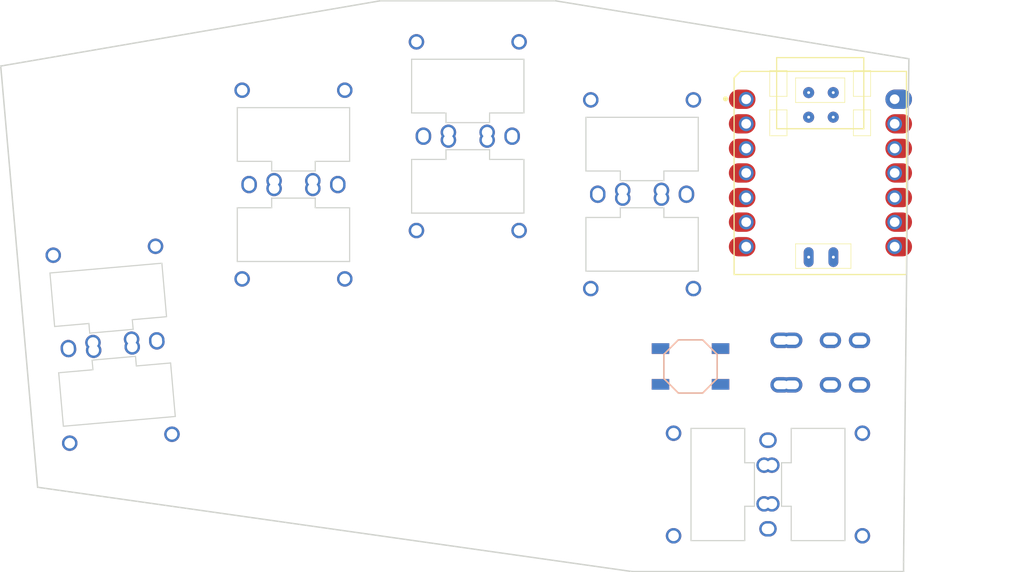
<source format=kicad_pcb>
(kicad_pcb (version 20171130) (host pcbnew 5.1.6)
  (title_block (title KEYBOARD_NAME_HERE) (rev VERSION_HERE) (company YOUR_NAME_HERE))
  (layers (0 F.Cu signal) (31 B.Cu signal) (34 B.Paste user) (35 F.Paste user) (36 B.SilkS user) (37 F.SilkS user) (38 B.Mask user) (39 F.Mask user) (44 Edge.Cuts user))
  (net 0 "")
  (net 1 "P1")
  (net 2 "GND")
  (net 3 "P2")
  (net 4 "P3")
  (net 5 "P4")
  (net 6 "P5")
  (net 7 "P6")
  (net 8 "P7")
  (net 9 "P8")
  (net 10 "P10")
  (net 11 "P9")
  (net 12 "VIN")
  (net 13 "SWDIO")
  (net 14 "SWDCLK")
  (net 15 "RST")
  (net 16 "P0")
  (net 17 "RAW3V3")
  (net 18 "RAW5V")
  (net 19 "VCC")
  (module lib:Kailh_PG1232 (layer F.Cu) (at 17.9315046 -1.5688034 185)
    (fp_text reference "S1" hide)
    (fp_text value Kailh_PG1232)
    (fp_line (start 2.25 2.6) (end 5.8 2.6) (layer Edge.Cuts) (width 0.12))
    (fp_line (start -2.25 2.6) (end -5.8 2.6) (layer Edge.Cuts) (width 0.12))
    (fp_line (start 2.25 3.6) (end 2.25 2.6) (layer Edge.Cuts) (width 0.12))
    (fp_line (start -2.25 3.6) (end 2.25 3.6) (layer Edge.Cuts) (width 0.12))
    (fp_line (start -2.25 2.6) (end -2.25 3.6) (layer Edge.Cuts) (width 0.12))
    (fp_line (start -5.8 2.6) (end -5.8 -2.95) (layer Edge.Cuts) (width 0.12))
    (fp_line (start 5.8 -2.95) (end 5.8 2.6) (layer Edge.Cuts) (width 0.12))
    (fp_line (start -5.8 -2.95) (end 5.8 -2.95) (layer Edge.Cuts) (width 0.12))
    (pad 3 thru_hole circle (at 5.3 -4.75) (size 1.6 1.6) (drill 1.1) (layers *.Cu *.Mask) (clearance 0.2))
    (pad 4 thru_hole circle (at -5.3 -4.75) (size 1.6 1.6) (drill 1.1) (layers *.Cu *.Mask) (clearance 0.2))
    (pad 1 thru_hole circle (at -4.58 5.1) (size 1.6 1.6) (drill 1.1) (layers *.Cu *.Mask) (net 1 "P1") (clearance 0.2))
    (pad 2 thru_hole circle (at 2 5.4) (size 1.6 1.6) (drill 1.1) (layers *.Cu *.Mask) (net 2 "GND") (clearance 0.2))
    (pad 1 thru_hole circle (at 4.58 5.1) (size 1.6 1.6) (drill 1.1) (layers *.Cu *.Mask) (net 1 "P1") (clearance 0.2))
    (pad 2 thru_hole circle (at -2 5.4) (size 1.6 1.6) (drill 1.1) (layers *.Cu *.Mask) (net 2 "GND") (clearance 0.2))
  )
  (module lib:Kailh_PG1232 (layer F.Cu) (at 17.0599471 -11.5307504 5)
    (fp_text reference "S2" hide)
    (fp_text value Kailh_PG1232)
    (fp_line (start 2.25 2.6) (end 5.8 2.6) (layer Edge.Cuts) (width 0.12))
    (fp_line (start -2.25 2.6) (end -5.8 2.6) (layer Edge.Cuts) (width 0.12))
    (fp_line (start 2.25 3.6) (end 2.25 2.6) (layer Edge.Cuts) (width 0.12))
    (fp_line (start -2.25 3.6) (end 2.25 3.6) (layer Edge.Cuts) (width 0.12))
    (fp_line (start -2.25 2.6) (end -2.25 3.6) (layer Edge.Cuts) (width 0.12))
    (fp_line (start -5.8 2.6) (end -5.8 -2.95) (layer Edge.Cuts) (width 0.12))
    (fp_line (start 5.8 -2.95) (end 5.8 2.6) (layer Edge.Cuts) (width 0.12))
    (fp_line (start -5.8 -2.95) (end 5.8 -2.95) (layer Edge.Cuts) (width 0.12))
    (pad 3 thru_hole circle (at 5.3 -4.75) (size 1.6 1.6) (drill 1.1) (layers *.Cu *.Mask) (clearance 0.2))
    (pad 4 thru_hole circle (at -5.3 -4.75) (size 1.6 1.6) (drill 1.1) (layers *.Cu *.Mask) (clearance 0.2))
    (pad 1 thru_hole circle (at -4.58 5.1) (size 1.6 1.6) (drill 1.1) (layers *.Cu *.Mask) (net 3 "P2") (clearance 0.2))
    (pad 2 thru_hole circle (at 2 5.4) (size 1.6 1.6) (drill 1.1) (layers *.Cu *.Mask) (net 2 "GND") (clearance 0.2))
    (pad 1 thru_hole circle (at 4.58 5.1) (size 1.6 1.6) (drill 1.1) (layers *.Cu *.Mask) (net 3 "P2") (clearance 0.2))
    (pad 2 thru_hole circle (at -2 5.4) (size 1.6 1.6) (drill 1.1) (layers *.Cu *.Mask) (net 2 "GND") (clearance 0.2))
  )
  (module lib:Kailh_PG1232 (layer F.Cu) (at 36.1701399 -18.1031537 180)
    (fp_text reference "S3" hide)
    (fp_text value Kailh_PG1232)
    (fp_line (start 2.25 2.6) (end 5.8 2.6) (layer Edge.Cuts) (width 0.12))
    (fp_line (start -2.25 2.6) (end -5.8 2.6) (layer Edge.Cuts) (width 0.12))
    (fp_line (start 2.25 3.6) (end 2.25 2.6) (layer Edge.Cuts) (width 0.12))
    (fp_line (start -2.25 3.6) (end 2.25 3.6) (layer Edge.Cuts) (width 0.12))
    (fp_line (start -2.25 2.6) (end -2.25 3.6) (layer Edge.Cuts) (width 0.12))
    (fp_line (start -5.8 2.6) (end -5.8 -2.95) (layer Edge.Cuts) (width 0.12))
    (fp_line (start 5.8 -2.95) (end 5.8 2.6) (layer Edge.Cuts) (width 0.12))
    (fp_line (start -5.8 -2.95) (end 5.8 -2.95) (layer Edge.Cuts) (width 0.12))
    (pad 3 thru_hole circle (at 5.3 -4.75) (size 1.6 1.6) (drill 1.1) (layers *.Cu *.Mask) (clearance 0.2))
    (pad 4 thru_hole circle (at -5.3 -4.75) (size 1.6 1.6) (drill 1.1) (layers *.Cu *.Mask) (clearance 0.2))
    (pad 1 thru_hole circle (at -4.58 5.1) (size 1.6 1.6) (drill 1.1) (layers *.Cu *.Mask) (net 4 "P3") (clearance 0.2))
    (pad 2 thru_hole circle (at 2 5.4) (size 1.6 1.6) (drill 1.1) (layers *.Cu *.Mask) (net 2 "GND") (clearance 0.2))
    (pad 1 thru_hole circle (at 4.58 5.1) (size 1.6 1.6) (drill 1.1) (layers *.Cu *.Mask) (net 4 "P3") (clearance 0.2))
    (pad 2 thru_hole circle (at -2 5.4) (size 1.6 1.6) (drill 1.1) (layers *.Cu *.Mask) (net 2 "GND") (clearance 0.2))
  )
  (module lib:Kailh_PG1232 (layer F.Cu) (at 36.17014 -28.1031537 0)
    (fp_text reference "S4" hide)
    (fp_text value Kailh_PG1232)
    (fp_line (start 2.25 2.6) (end 5.8 2.6) (layer Edge.Cuts) (width 0.12))
    (fp_line (start -2.25 2.6) (end -5.8 2.6) (layer Edge.Cuts) (width 0.12))
    (fp_line (start 2.25 3.6) (end 2.25 2.6) (layer Edge.Cuts) (width 0.12))
    (fp_line (start -2.25 3.6) (end 2.25 3.6) (layer Edge.Cuts) (width 0.12))
    (fp_line (start -2.25 2.6) (end -2.25 3.6) (layer Edge.Cuts) (width 0.12))
    (fp_line (start -5.8 2.6) (end -5.8 -2.95) (layer Edge.Cuts) (width 0.12))
    (fp_line (start 5.8 -2.95) (end 5.8 2.6) (layer Edge.Cuts) (width 0.12))
    (fp_line (start -5.8 -2.95) (end 5.8 -2.95) (layer Edge.Cuts) (width 0.12))
    (pad 3 thru_hole circle (at 5.3 -4.75) (size 1.6 1.6) (drill 1.1) (layers *.Cu *.Mask) (clearance 0.2))
    (pad 4 thru_hole circle (at -5.3 -4.75) (size 1.6 1.6) (drill 1.1) (layers *.Cu *.Mask) (clearance 0.2))
    (pad 1 thru_hole circle (at -4.58 5.1) (size 1.6 1.6) (drill 1.1) (layers *.Cu *.Mask) (net 5 "P4") (clearance 0.2))
    (pad 2 thru_hole circle (at 2 5.4) (size 1.6 1.6) (drill 1.1) (layers *.Cu *.Mask) (net 2 "GND") (clearance 0.2))
    (pad 1 thru_hole circle (at 4.58 5.1) (size 1.6 1.6) (drill 1.1) (layers *.Cu *.Mask) (net 5 "P4") (clearance 0.2))
    (pad 2 thru_hole circle (at -2 5.4) (size 1.6 1.6) (drill 1.1) (layers *.Cu *.Mask) (net 2 "GND") (clearance 0.2))
  )
  (module lib:Kailh_PG1232 (layer F.Cu) (at 54.17014 -23.1031538 180)
    (fp_text reference "S5" hide)
    (fp_text value Kailh_PG1232)
    (fp_line (start 2.25 2.6) (end 5.8 2.6) (layer Edge.Cuts) (width 0.12))
    (fp_line (start -2.25 2.6) (end -5.8 2.6) (layer Edge.Cuts) (width 0.12))
    (fp_line (start 2.25 3.6) (end 2.25 2.6) (layer Edge.Cuts) (width 0.12))
    (fp_line (start -2.25 3.6) (end 2.25 3.6) (layer Edge.Cuts) (width 0.12))
    (fp_line (start -2.25 2.6) (end -2.25 3.6) (layer Edge.Cuts) (width 0.12))
    (fp_line (start -5.8 2.6) (end -5.8 -2.95) (layer Edge.Cuts) (width 0.12))
    (fp_line (start 5.8 -2.95) (end 5.8 2.6) (layer Edge.Cuts) (width 0.12))
    (fp_line (start -5.8 -2.95) (end 5.8 -2.95) (layer Edge.Cuts) (width 0.12))
    (pad 3 thru_hole circle (at 5.3 -4.75) (size 1.6 1.6) (drill 1.1) (layers *.Cu *.Mask) (clearance 0.2))
    (pad 4 thru_hole circle (at -5.3 -4.75) (size 1.6 1.6) (drill 1.1) (layers *.Cu *.Mask) (clearance 0.2))
    (pad 1 thru_hole circle (at -4.58 5.1) (size 1.6 1.6) (drill 1.1) (layers *.Cu *.Mask) (net 6 "P5") (clearance 0.2))
    (pad 2 thru_hole circle (at 2 5.4) (size 1.6 1.6) (drill 1.1) (layers *.Cu *.Mask) (net 2 "GND") (clearance 0.2))
    (pad 1 thru_hole circle (at 4.58 5.1) (size 1.6 1.6) (drill 1.1) (layers *.Cu *.Mask) (net 6 "P5") (clearance 0.2))
    (pad 2 thru_hole circle (at -2 5.4) (size 1.6 1.6) (drill 1.1) (layers *.Cu *.Mask) (net 2 "GND") (clearance 0.2))
  )
  (module lib:Kailh_PG1232 (layer F.Cu) (at 54.17014 -33.1031537 0)
    (fp_text reference "S6" hide)
    (fp_text value Kailh_PG1232)
    (fp_line (start 2.25 2.6) (end 5.8 2.6) (layer Edge.Cuts) (width 0.12))
    (fp_line (start -2.25 2.6) (end -5.8 2.6) (layer Edge.Cuts) (width 0.12))
    (fp_line (start 2.25 3.6) (end 2.25 2.6) (layer Edge.Cuts) (width 0.12))
    (fp_line (start -2.25 3.6) (end 2.25 3.6) (layer Edge.Cuts) (width 0.12))
    (fp_line (start -2.25 2.6) (end -2.25 3.6) (layer Edge.Cuts) (width 0.12))
    (fp_line (start -5.8 2.6) (end -5.8 -2.95) (layer Edge.Cuts) (width 0.12))
    (fp_line (start 5.8 -2.95) (end 5.8 2.6) (layer Edge.Cuts) (width 0.12))
    (fp_line (start -5.8 -2.95) (end 5.8 -2.95) (layer Edge.Cuts) (width 0.12))
    (pad 3 thru_hole circle (at 5.3 -4.75) (size 1.6 1.6) (drill 1.1) (layers *.Cu *.Mask) (clearance 0.2))
    (pad 4 thru_hole circle (at -5.3 -4.75) (size 1.6 1.6) (drill 1.1) (layers *.Cu *.Mask) (clearance 0.2))
    (pad 1 thru_hole circle (at -4.58 5.1) (size 1.6 1.6) (drill 1.1) (layers *.Cu *.Mask) (net 7 "P6") (clearance 0.2))
    (pad 2 thru_hole circle (at 2 5.4) (size 1.6 1.6) (drill 1.1) (layers *.Cu *.Mask) (net 2 "GND") (clearance 0.2))
    (pad 1 thru_hole circle (at 4.58 5.1) (size 1.6 1.6) (drill 1.1) (layers *.Cu *.Mask) (net 7 "P6") (clearance 0.2))
    (pad 2 thru_hole circle (at -2 5.4) (size 1.6 1.6) (drill 1.1) (layers *.Cu *.Mask) (net 2 "GND") (clearance 0.2))
  )
  (module lib:Kailh_PG1232 (layer F.Cu) (at 72.17014 -17.1031537 180)
    (fp_text reference "S7" hide)
    (fp_text value Kailh_PG1232)
    (fp_line (start 2.25 2.6) (end 5.8 2.6) (layer Edge.Cuts) (width 0.12))
    (fp_line (start -2.25 2.6) (end -5.8 2.6) (layer Edge.Cuts) (width 0.12))
    (fp_line (start 2.25 3.6) (end 2.25 2.6) (layer Edge.Cuts) (width 0.12))
    (fp_line (start -2.25 3.6) (end 2.25 3.6) (layer Edge.Cuts) (width 0.12))
    (fp_line (start -2.25 2.6) (end -2.25 3.6) (layer Edge.Cuts) (width 0.12))
    (fp_line (start -5.8 2.6) (end -5.8 -2.95) (layer Edge.Cuts) (width 0.12))
    (fp_line (start 5.8 -2.95) (end 5.8 2.6) (layer Edge.Cuts) (width 0.12))
    (fp_line (start -5.8 -2.95) (end 5.8 -2.95) (layer Edge.Cuts) (width 0.12))
    (pad 3 thru_hole circle (at 5.3 -4.75) (size 1.6 1.6) (drill 1.1) (layers *.Cu *.Mask) (clearance 0.2))
    (pad 4 thru_hole circle (at -5.3 -4.75) (size 1.6 1.6) (drill 1.1) (layers *.Cu *.Mask) (clearance 0.2))
    (pad 1 thru_hole circle (at -4.58 5.1) (size 1.6 1.6) (drill 1.1) (layers *.Cu *.Mask) (net 8 "P7") (clearance 0.2))
    (pad 2 thru_hole circle (at 2 5.4) (size 1.6 1.6) (drill 1.1) (layers *.Cu *.Mask) (net 2 "GND") (clearance 0.2))
    (pad 1 thru_hole circle (at 4.58 5.1) (size 1.6 1.6) (drill 1.1) (layers *.Cu *.Mask) (net 8 "P7") (clearance 0.2))
    (pad 2 thru_hole circle (at -2 5.4) (size 1.6 1.6) (drill 1.1) (layers *.Cu *.Mask) (net 2 "GND") (clearance 0.2))
  )
  (module lib:Kailh_PG1232 (layer F.Cu) (at 72.17014 -27.1031537 0)
    (fp_text reference "S8" hide)
    (fp_text value Kailh_PG1232)
    (fp_line (start 2.25 2.6) (end 5.8 2.6) (layer Edge.Cuts) (width 0.12))
    (fp_line (start -2.25 2.6) (end -5.8 2.6) (layer Edge.Cuts) (width 0.12))
    (fp_line (start 2.25 3.6) (end 2.25 2.6) (layer Edge.Cuts) (width 0.12))
    (fp_line (start -2.25 3.6) (end 2.25 3.6) (layer Edge.Cuts) (width 0.12))
    (fp_line (start -2.25 2.6) (end -2.25 3.6) (layer Edge.Cuts) (width 0.12))
    (fp_line (start -5.8 2.6) (end -5.8 -2.95) (layer Edge.Cuts) (width 0.12))
    (fp_line (start 5.8 -2.95) (end 5.8 2.6) (layer Edge.Cuts) (width 0.12))
    (fp_line (start -5.8 -2.95) (end 5.8 -2.95) (layer Edge.Cuts) (width 0.12))
    (pad 3 thru_hole circle (at 5.3 -4.75) (size 1.6 1.6) (drill 1.1) (layers *.Cu *.Mask) (clearance 0.2))
    (pad 4 thru_hole circle (at -5.3 -4.75) (size 1.6 1.6) (drill 1.1) (layers *.Cu *.Mask) (clearance 0.2))
    (pad 1 thru_hole circle (at -4.58 5.1) (size 1.6 1.6) (drill 1.1) (layers *.Cu *.Mask) (net 9 "P8") (clearance 0.2))
    (pad 2 thru_hole circle (at 2 5.4) (size 1.6 1.6) (drill 1.1) (layers *.Cu *.Mask) (net 2 "GND") (clearance 0.2))
    (pad 1 thru_hole circle (at 4.58 5.1) (size 1.6 1.6) (drill 1.1) (layers *.Cu *.Mask) (net 9 "P8") (clearance 0.2))
    (pad 2 thru_hole circle (at -2 5.4) (size 1.6 1.6) (drill 1.1) (layers *.Cu *.Mask) (net 2 "GND") (clearance 0.2))
  )
  (module lib:Kailh_PG1232 (layer F.Cu) (at 80.17014 7.8968463 90)
    (fp_text reference "S9" hide)
    (fp_text value Kailh_PG1232)
    (fp_line (start 2.25 2.6) (end 5.8 2.6) (layer Edge.Cuts) (width 0.12))
    (fp_line (start -2.25 2.6) (end -5.8 2.6) (layer Edge.Cuts) (width 0.12))
    (fp_line (start 2.25 3.6) (end 2.25 2.6) (layer Edge.Cuts) (width 0.12))
    (fp_line (start -2.25 3.6) (end 2.25 3.6) (layer Edge.Cuts) (width 0.12))
    (fp_line (start -2.25 2.6) (end -2.25 3.6) (layer Edge.Cuts) (width 0.12))
    (fp_line (start -5.8 2.6) (end -5.8 -2.95) (layer Edge.Cuts) (width 0.12))
    (fp_line (start 5.8 -2.95) (end 5.8 2.6) (layer Edge.Cuts) (width 0.12))
    (fp_line (start -5.8 -2.95) (end 5.8 -2.95) (layer Edge.Cuts) (width 0.12))
    (pad 3 thru_hole circle (at 5.3 -4.75) (size 1.6 1.6) (drill 1.1) (layers *.Cu *.Mask) (clearance 0.2))
    (pad 4 thru_hole circle (at -5.3 -4.75) (size 1.6 1.6) (drill 1.1) (layers *.Cu *.Mask) (clearance 0.2))
    (pad 1 thru_hole circle (at -4.58 5.1) (size 1.6 1.6) (drill 1.1) (layers *.Cu *.Mask) (net 10 "P10") (clearance 0.2))
    (pad 2 thru_hole circle (at 2 5.4) (size 1.6 1.6) (drill 1.1) (layers *.Cu *.Mask) (net 2 "GND") (clearance 0.2))
    (pad 1 thru_hole circle (at 4.58 5.1) (size 1.6 1.6) (drill 1.1) (layers *.Cu *.Mask) (net 10 "P10") (clearance 0.2))
    (pad 2 thru_hole circle (at -2 5.4) (size 1.6 1.6) (drill 1.1) (layers *.Cu *.Mask) (net 2 "GND") (clearance 0.2))
  )
  (module lib:Kailh_PG1232 (layer F.Cu) (at 90.17014 7.8968463 -90)
    (fp_text reference "S10" hide)
    (fp_text value Kailh_PG1232)
    (fp_line (start 2.25 2.6) (end 5.8 2.6) (layer Edge.Cuts) (width 0.12))
    (fp_line (start -2.25 2.6) (end -5.8 2.6) (layer Edge.Cuts) (width 0.12))
    (fp_line (start 2.25 3.6) (end 2.25 2.6) (layer Edge.Cuts) (width 0.12))
    (fp_line (start -2.25 3.6) (end 2.25 3.6) (layer Edge.Cuts) (width 0.12))
    (fp_line (start -2.25 2.6) (end -2.25 3.6) (layer Edge.Cuts) (width 0.12))
    (fp_line (start -5.8 2.6) (end -5.8 -2.95) (layer Edge.Cuts) (width 0.12))
    (fp_line (start 5.8 -2.95) (end 5.8 2.6) (layer Edge.Cuts) (width 0.12))
    (fp_line (start -5.8 -2.95) (end 5.8 -2.95) (layer Edge.Cuts) (width 0.12))
    (pad 3 thru_hole circle (at 5.3 -4.75) (size 1.6 1.6) (drill 1.1) (layers *.Cu *.Mask) (clearance 0.2))
    (pad 4 thru_hole circle (at -5.3 -4.75) (size 1.6 1.6) (drill 1.1) (layers *.Cu *.Mask) (clearance 0.2))
    (pad 1 thru_hole circle (at -4.58 5.1) (size 1.6 1.6) (drill 1.1) (layers *.Cu *.Mask) (net 11 "P9") (clearance 0.2))
    (pad 2 thru_hole circle (at 2 5.4) (size 1.6 1.6) (drill 1.1) (layers *.Cu *.Mask) (net 2 "GND") (clearance 0.2))
    (pad 1 thru_hole circle (at 4.58 5.1) (size 1.6 1.6) (drill 1.1) (layers *.Cu *.Mask) (net 11 "P9") (clearance 0.2))
    (pad 2 thru_hole circle (at -2 5.4) (size 1.6 1.6) (drill 1.1) (layers *.Cu *.Mask) (net 2 "GND") (clearance 0.2))
  )
  (footprint "Seeeduino XIAO-MOUDLE14P-2.54-21X17.8MM tht maybe" (layer "F.Cu") (at 81.67014 -13.8031537 0)
    (pad "1" smd oval (at 0.83312 -18.11782 0) (size 2.74828 1.99898) (layers "F.Cu" "F.Paste" "F.Mask") (net 16 "P0"))
    (pad "1" thru_hole circle (at 1.25 -18.11782) (size 1.524 1.524) (drill 1) (layers *.Cu *.Mask) (net 16 "P0"))
    (pad "2" thru_hole circle (at 1.25 -15.57782) (size 1.524 1.524) (drill 1) (layers *.Cu *.Mask) (net 1 "P1"))
    (pad "2" smd oval (at 0.83312 -15.57782 0) (size 2.74828 1.99898) (layers "F.Cu" "F.Paste" "F.Mask") (net 1 "P1"))
    (pad "3" smd oval (at 0.83312 -13.03782 0) (size 2.74828 1.99898) (layers "F.Cu" "F.Paste" "F.Mask") (net 3 "P2"))
    (pad "3" thru_hole circle (at 1.25 -13.03782) (size 1.524 1.524) (drill 1) (layers *.Cu *.Mask) (net 3 "P2"))
    (pad "4" smd oval (at 0.83312 -10.49782 0) (size 2.74828 1.99898) (layers "F.Cu" "F.Paste" "F.Mask") (net 4 "P3"))
    (pad "4" thru_hole circle (at 1.25 -10.49782) (size 1.524 1.524) (drill 1) (layers *.Cu *.Mask) (net 4 "P3"))
    (pad "5" thru_hole circle (at 1.25 -7.95782) (size 1.524 1.524) (drill 1) (layers *.Cu *.Mask) (net 5 "P4"))
    (pad "5" smd oval (at 0.83312 -7.95782 0) (size 2.74828 1.99898) (layers "F.Cu" "F.Paste" "F.Mask") (net 5 "P4"))
    (pad "6" smd oval (at 0.83312 -5.41782 0) (size 2.74828 1.99898) (layers "F.Cu" "F.Paste" "F.Mask") (net 6 "P5"))
    (pad "6" thru_hole circle (at 1.25 -5.41782) (size 1.524 1.524) (drill 1) (layers *.Cu *.Mask) (net 6 "P5"))
    (pad "7" thru_hole circle (at 1.25 -2.87782) (size 1.524 1.524) (drill 1) (layers *.Cu *.Mask) (net 7 "P6"))
    (pad "7" smd oval (at 0.83312 -2.87782 0) (size 2.74828 1.99898) (layers "F.Cu" "F.Paste" "F.Mask") (net 7 "P6"))
    (pad "8" thru_hole circle (at 16.581 -2.87782) (size 1.524 1.524) (drill 1) (layers *.Cu *.Mask) (net 8 "P7"))
    (pad "8" smd oval (at 16.99768 -2.87782 0) (size 2.74828 1.99898) (layers "F.Cu" "F.Paste" "F.Mask") (net 8 "P7"))
    (pad "9" smd oval (at 16.99768 -5.41782 0) (size 2.74828 1.99898) (layers "F.Cu" "F.Paste" "F.Mask") (net 9 "P8"))
    (pad "9" thru_hole circle (at 16.581 -5.41782) (size 1.524 1.524) (drill 1) (layers *.Cu *.Mask) (net 9 "P8"))
    (pad "10" smd oval (at 16.99768 -7.95782 0) (size 2.74828 1.99898) (layers "F.Cu" "F.Paste" "F.Mask") (net 11 "P9"))
    (pad "10" thru_hole circle (at 16.581 -7.95782) (size 1.524 1.524) (drill 1) (layers *.Cu *.Mask) (net 11 "P9"))
    (pad "11" thru_hole circle (at 16.581 -10.49782) (size 1.524 1.524) (drill 1) (layers *.Cu *.Mask) (net 10 "P10"))
    (pad "11" smd oval (at 16.99768 -10.49782 0) (size 2.74828 1.99898) (layers "F.Cu" "F.Paste" "F.Mask") (net 10 "P10"))
    (pad "12" smd oval (at 16.99768 -13.03782 0) (size 2.74828 1.99898) (layers "F.Cu" "F.Paste" "F.Mask") (net 17 "RAW3V3"))
    (pad "12" thru_hole circle (at 16.581 -13.03782) (size 1.524 1.524) (drill 1) (layers *.Cu *.Mask) (net 17 "RAW3V3"))
    (pad "13" smd oval (at 16.99768 -15.57782 0) (size 2.74828 1.99898) (layers "F.Cu" "F.Paste" "F.Mask") (net 2 "GND"))
    (pad "13" thru_hole circle (at 16.581 -15.57782) (size 1.524 1.524) (drill 1) (layers *.Cu *.Mask) (net 2 "GND"))
    (pad "14" thru_hole circle (at 16.581 -18.11782) (size 1.524 1.524) (drill 1) (layers *.Cu *.Mask) (net 18 "RAW5V"))
    (pad "14" thru_hole oval (at 16.99768 -18.11782 0) (size 2.74828 1.99898) (layers "F.Cu" "F.Paste" "F.Mask") (net 18 "RAW5V"))
    (pad "15" thru_hole oval (at 7.7 -1.8 90) (size 2.032 1.016) (drill 0.3) (layers *.Cu *.Paste *.Mask) (net 12 "VIN"))
    (pad "16" thru_hole oval (at 10.25 -1.8 90) (size 2.032 1.016) (drill 0.3) (layers *.Cu *.Paste *.Mask) (net 2 "GND"))
    (pad "17" thru_hole circle (at 7.698803 -18.804187) (size 1.143 1.143) (drill 0.3) (layers *.Cu *.Paste *.Mask) (net 13 "SWDIO"))
    (pad "18" thru_hole circle (at 10.238803 -18.804187) (size 1.143 1.143) (drill 0.3) (layers *.Cu *.Paste *.Mask) (net 14 "SWDCLK"))
    (pad "19" thru_hole circle (at 7.698803 -16.264187) (size 1.143 1.143) (drill 0.3) (layers *.Cu *.Paste *.Mask) (net 15 "RST"))
    (pad "20" thru_hole circle (at 10.238803 -16.264187) (size 1.143 1.143) (drill 0.3) (layers *.Cu *.Paste *.Mask) (net 2 "GND"))
    (fp_line (start 13.39342 -22.42312) (end 13.39342 -15.06982) (layer "F.SilkS") (width 0.127))
    (fp_line (start 5.461 -18.415) (end 5.461 -21.082) (layer "F.SilkS") (width 0.06604))
    (fp_line (start 4.3942 -15.06982) (end 4.3942 -22.42312) (layer "F.SilkS") (width 0.127))
    (fp_line (start 11.43 -17.78) (end 11.43 -20.32) (layer "F.SilkS") (width 0.06604))
    (fp_line (start 14.097 -18.415) (end 14.097 -21.082) (layer "F.SilkS") (width 0.06604))
    (fp_line (start 3.683 -18.415) (end 3.683 -21.082) (layer "F.SilkS") (width 0.06604))
    (fp_line (start 12.319 -14.34846) (end 12.319 -17.018) (layer "F.SilkS") (width 0.06604))
    (fp_line (start 3.683 -21.082) (end 5.461 -21.082) (layer "F.SilkS") (width 0.06604))
    (fp_line (start 6.35 -3.175) (end 12.065 -3.175) (layer "F.SilkS") (width 0.06604))
    (fp_line (start 12.319 -14.34846) (end 14.097 -14.34846) (layer "F.SilkS") (width 0.06604))
    (fp_line (start 12.319 -18.415) (end 14.097 -18.415) (layer "F.SilkS") (width 0.06604))
    (fp_line (start 12.319 -18.415) (end 12.319 -21.082) (layer "F.SilkS") (width 0.06604))
    (fp_line (start 3.683 -17.018) (end 5.461 -17.018) (layer "F.SilkS") (width 0.06604))
    (fp_line (start 14.097 -14.34846) (end 14.097 -17.018) (layer "F.SilkS") (width 0.06604))
    (fp_line (start 13.39342 -15.06982) (end 4.3942 -15.06982) (layer "F.SilkS") (width 0.127))
    (fp_line (start 5.461 -14.34846) (end 5.461 -17.018) (layer "F.SilkS") (width 0.06604))
    (fp_line (start 6.35 -20.32) (end 11.43 -20.32) (layer "F.SilkS") (width 0.06604))
    (fp_line (start 6.35 -17.78) (end 6.35 -20.32) (layer "F.SilkS") (width 0.06604))
    (fp_line (start 6.35 -0.635) (end 6.35 -3.175) (layer "F.SilkS") (width 0.06604))
    (fp_line (start 0 0) (end 17.79778 0) (layer "F.SilkS") (width 0.127))
    (fp_line (start 12.319 -21.082) (end 14.097 -21.082) (layer "F.SilkS") (width 0.06604))
    (fp_line (start 3.683 -18.415) (end 5.461 -18.415) (layer "F.SilkS") (width 0.06604))
    (fp_line (start 3.683 -14.34846) (end 5.461 -14.34846) (layer "F.SilkS") (width 0.06604))
    (fp_line (start 12.065 -0.635) (end 12.065 -3.175) (layer "F.SilkS") (width 0.06604))
    (fp_line (start 6.35 -17.78) (end 11.43 -17.78) (layer "F.SilkS") (width 0.06604))
    (fp_line (start 17.79778 0) (end 17.79778 -20.99818) (layer "F.SilkS") (width 0.127))
    (fp_line (start 0 -20.32762) (end 0 0) (layer "F.SilkS") (width 0.127))
    (fp_line (start 3.683 -14.34846) (end 3.683 -17.018) (layer "F.SilkS") (width 0.06604))
    (fp_line (start 0.67056 -20.99818) (end 0 -20.32762) (layer "F.SilkS") (width 0.127))
    (fp_line (start 6.35 -0.635) (end 12.065 -0.635) (layer "F.SilkS") (width 0.06604))
    (fp_line (start 17.79778 -20.99818) (end 0.67056 -20.99818) (layer "F.SilkS") (width 0.127))
    (fp_line (start 4.39928 -22.42312) (end 13.39342 -22.42312) (layer "F.SilkS") (width 0.127))
    (fp_line (start 12.319 -17.018) (end 14.097 -17.018) (layer "F.SilkS") (width 0.06604))
    (fp_circle (center -0.889 -18.161) (end -0.889 -18.415) (layer "F.SilkS") (width 0) (fill solid))
  )
  (module TRRS-PJ-320A-dual (layer F.Cu) (at 97.82014000000001 -2.4031537000000007 -90)
    (fp_text reference REF**)
    (fp_text value TRRS-PJ-320A-dual)
    (pad "" np_thru_hole circle (at -2.3 8.6) (size 1.5 1.5) (drill 1.5) (layers *.Cu *.Mask))
    (pad "" np_thru_hole circle (at -2.3 1.6) (size 1.5 1.5) (drill 1.5) (layers *.Cu *.Mask))
    (pad 1 thru_hole oval (at 0 11.3 -90) (size 1.6 2.2) (drill oval 0.9 1.5) (layers *.Cu *.Mask) (net 2 "GND"))
    (pad 2 thru_hole oval (at -4.6 10.2 -90) (size 1.6 2.2) (drill oval 0.9 1.5) (layers *.Cu *.Mask) (net 2 "GND"))
    (pad 3 thru_hole oval (at -4.6 6.2 -90) (size 1.6 2.2) (drill oval 0.9 1.5) (layers *.Cu *.Mask) (net 9 "P8"))
    (pad 4 thru_hole oval (at -4.6 3.2 -90) (size 1.6 2.2) (drill oval 0.9 1.5) (layers *.Cu *.Mask) (net 19 "VCC"))
    (pad 1 thru_hole oval (at -4.6 11.3 -90) (size 1.6 2.2) (drill oval 0.9 1.5) (layers *.Cu *.Mask) (net 2 "GND"))
    (pad 2 thru_hole oval (at 0 10.2 -90) (size 1.6 2.2) (drill oval 0.9 1.5) (layers *.Cu *.Mask) (net 2 "GND"))
    (pad 3 thru_hole oval (at 0 6.2 -90) (size 1.6 2.2) (drill oval 0.9 1.5) (layers *.Cu *.Mask) (net 9 "P8"))
    (pad 4 thru_hole oval (at 0 3.2 -90) (size 1.6 2.2) (drill oval 0.9 1.5) (layers *.Cu *.Mask) (net 19 "VCC"))
  )
  (module E73:SW_TACT_ALPS_SKQGABE010 (layer F.Cu) (at 77.17014 -4.303153699999999 0)
    (fp_text reference "B1" hide)
    (fp_text value "" hide)
    (fp_line (start 2.75 1.25) (end 1.25 2.75) (layer F.SilkS) (width 0.15))
    (fp_line (start 2.75 -1.25) (end 1.25 -2.75) (layer F.SilkS) (width 0.15))
    (fp_line (start 2.75 -1.25) (end 2.75 1.25) (layer F.SilkS) (width 0.15))
    (fp_line (start -1.25 2.75) (end 1.25 2.75) (layer F.SilkS) (width 0.15))
    (fp_line (start -1.25 -2.75) (end 1.25 -2.75) (layer F.SilkS) (width 0.15))
    (fp_line (start -2.75 1.25) (end -1.25 2.75) (layer F.SilkS) (width 0.15))
    (fp_line (start -2.75 -1.25) (end -1.25 -2.75) (layer F.SilkS) (width 0.15))
    (fp_line (start -2.75 -1.25) (end -2.75 1.25) (layer F.SilkS) (width 0.15))
    (pad 1 smd rect (at -3.1 -1.85 0) (size 1.8 1.1) (layers F.Cu F.Paste F.Mask) (net 15 "RST"))
    (pad 1 smd rect (at 3.1 -1.85 0) (size 1.8 1.1) (layers F.Cu F.Paste F.Mask) (net 15 "RST"))
    (pad 2 smd rect (at -3.1 1.85 0) (size 1.8 1.1) (layers F.Cu F.Paste F.Mask) (net 2 "GND"))
    (pad 2 smd rect (at 3.1 1.85 0) (size 1.8 1.1) (layers F.Cu F.Paste F.Mask) (net 2 "GND"))
  )
  (module E73:SW_TACT_ALPS_SKQGABE010 (layer F.Cu) (at 77.17014 -4.303153699999999 0)
    (fp_text reference "B2" hide)
    (fp_text value "" hide)
    (fp_line (start 2.75 1.25) (end 1.25 2.75) (layer B.SilkS) (width 0.15))
    (fp_line (start 2.75 -1.25) (end 1.25 -2.75) (layer B.SilkS) (width 0.15))
    (fp_line (start 2.75 -1.25) (end 2.75 1.25) (layer B.SilkS) (width 0.15))
    (fp_line (start -1.25 2.75) (end 1.25 2.75) (layer B.SilkS) (width 0.15))
    (fp_line (start -1.25 -2.75) (end 1.25 -2.75) (layer B.SilkS) (width 0.15))
    (fp_line (start -2.75 1.25) (end -1.25 2.75) (layer B.SilkS) (width 0.15))
    (fp_line (start -2.75 -1.25) (end -1.25 -2.75) (layer B.SilkS) (width 0.15))
    (fp_line (start -2.75 -1.25) (end -2.75 1.25) (layer B.SilkS) (width 0.15))
    (pad 1 smd rect (at -3.1 -1.85 0) (size 1.8 1.1) (layers B.Cu B.Paste B.Mask) (net 15 "RST"))
    (pad 1 smd rect (at 3.1 -1.85 0) (size 1.8 1.1) (layers B.Cu B.Paste B.Mask) (net 15 "RST"))
    (pad 2 smd rect (at -3.1 1.85 0) (size 1.8 1.1) (layers B.Cu B.Paste B.Mask) (net 2 "GND"))
    (pad 2 smd rect (at 3.1 1.85 0) (size 1.8 1.1) (layers B.Cu B.Paste B.Mask) (net 2 "GND"))
  )
  (gr_line (start 5.941447999999999 -35.3523578) (end 9.750154 8.1813506) (angle 90) (layer Edge.Cuts) (width 0.15))
  (gr_line (start 63.17014 -42.1031537) (end 45.17014 -42.1031537) (angle 90) (layer Edge.Cuts) (width 0.15))
  (gr_line (start 71.17014 16.8968463) (end 99.17014 16.8968463) (angle 90) (layer Edge.Cuts) (width 0.15))
  (gr_line (start 99.17014 16.8968463) (end 99.17014 15.8968463) (angle 90) (layer Edge.Cuts) (width 0.15))
  (gr_line (start 71.17014 16.8968463) (end 9.750154 8.1813506) (angle 90) (layer Edge.Cuts) (width 0.15))
  (gr_line (start 5.941447999999999 -35.3523578) (end 45.17014 -42.1031537) (angle 90) (layer Edge.Cuts) (width 0.15))
  (gr_line (start 63.17014 -42.1031537) (end 99.72014 -36.1031537) (angle 90) (layer Edge.Cuts) (width 0.15))
  (gr_line (start 99.72014 -36.1031537) (end 99.17014 15.8968463) (angle 90) (layer Edge.Cuts) (width 0.15))
)
</source>
